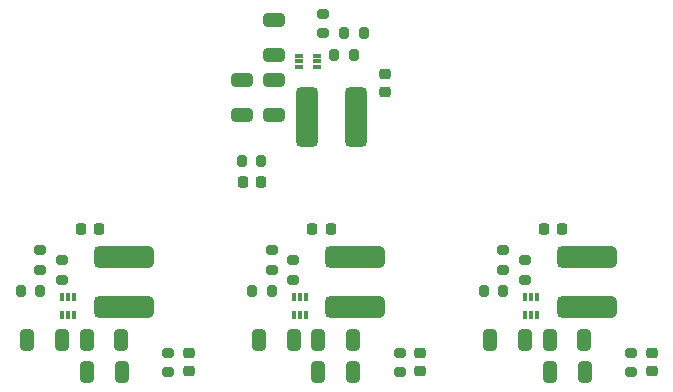
<source format=gbr>
%TF.GenerationSoftware,KiCad,Pcbnew,8.0.1*%
%TF.CreationDate,2024-04-24T14:46:19+03:00*%
%TF.ProjectId,QRPfRA_RP4_hat,51525066-5241-45f5-9250-345f6861742e,rev?*%
%TF.SameCoordinates,Original*%
%TF.FileFunction,Paste,Top*%
%TF.FilePolarity,Positive*%
%FSLAX46Y46*%
G04 Gerber Fmt 4.6, Leading zero omitted, Abs format (unit mm)*
G04 Created by KiCad (PCBNEW 8.0.1) date 2024-04-24 14:46:20*
%MOMM*%
%LPD*%
G01*
G04 APERTURE LIST*
G04 Aperture macros list*
%AMRoundRect*
0 Rectangle with rounded corners*
0 $1 Rounding radius*
0 $2 $3 $4 $5 $6 $7 $8 $9 X,Y pos of 4 corners*
0 Add a 4 corners polygon primitive as box body*
4,1,4,$2,$3,$4,$5,$6,$7,$8,$9,$2,$3,0*
0 Add four circle primitives for the rounded corners*
1,1,$1+$1,$2,$3*
1,1,$1+$1,$4,$5*
1,1,$1+$1,$6,$7*
1,1,$1+$1,$8,$9*
0 Add four rect primitives between the rounded corners*
20,1,$1+$1,$2,$3,$4,$5,0*
20,1,$1+$1,$4,$5,$6,$7,0*
20,1,$1+$1,$6,$7,$8,$9,0*
20,1,$1+$1,$8,$9,$2,$3,0*%
G04 Aperture macros list end*
%ADD10RoundRect,0.085000X0.085000X-0.265000X0.085000X0.265000X-0.085000X0.265000X-0.085000X-0.265000X0*%
%ADD11RoundRect,0.200000X0.275000X-0.200000X0.275000X0.200000X-0.275000X0.200000X-0.275000X-0.200000X0*%
%ADD12RoundRect,0.200000X0.200000X0.275000X-0.200000X0.275000X-0.200000X-0.275000X0.200000X-0.275000X0*%
%ADD13RoundRect,0.200000X-0.275000X0.200000X-0.275000X-0.200000X0.275000X-0.200000X0.275000X0.200000X0*%
%ADD14RoundRect,0.475000X-2.075000X0.475000X-2.075000X-0.475000X2.075000X-0.475000X2.075000X0.475000X0*%
%ADD15RoundRect,0.218750X0.256250X-0.218750X0.256250X0.218750X-0.256250X0.218750X-0.256250X-0.218750X0*%
%ADD16RoundRect,0.250000X0.325000X0.650000X-0.325000X0.650000X-0.325000X-0.650000X0.325000X-0.650000X0*%
%ADD17RoundRect,0.225000X0.225000X0.250000X-0.225000X0.250000X-0.225000X-0.250000X0.225000X-0.250000X0*%
%ADD18RoundRect,0.250000X-0.325000X-0.650000X0.325000X-0.650000X0.325000X0.650000X-0.325000X0.650000X0*%
%ADD19RoundRect,0.250000X-0.650000X0.325000X-0.650000X-0.325000X0.650000X-0.325000X0.650000X0.325000X0*%
%ADD20RoundRect,0.225000X0.250000X-0.225000X0.250000X0.225000X-0.250000X0.225000X-0.250000X-0.225000X0*%
%ADD21RoundRect,0.250000X0.650000X-0.325000X0.650000X0.325000X-0.650000X0.325000X-0.650000X-0.325000X0*%
%ADD22RoundRect,0.218750X-0.218750X-0.256250X0.218750X-0.256250X0.218750X0.256250X-0.218750X0.256250X0*%
%ADD23RoundRect,0.475000X0.475000X2.075000X-0.475000X2.075000X-0.475000X-2.075000X0.475000X-2.075000X0*%
%ADD24RoundRect,0.200000X-0.200000X-0.275000X0.200000X-0.275000X0.200000X0.275000X-0.200000X0.275000X0*%
%ADD25RoundRect,0.085000X-0.265000X-0.085000X0.265000X-0.085000X0.265000X0.085000X-0.265000X0.085000X0*%
G04 APERTURE END LIST*
D10*
%TO.C,U7*%
X109262529Y-100463043D03*
X109762529Y-100463043D03*
X110262529Y-100463043D03*
X110262529Y-98963043D03*
X109762529Y-98963043D03*
X109262529Y-98963043D03*
%TD*%
%TO.C,U6*%
X148462529Y-100463043D03*
X148962529Y-100463043D03*
X149462529Y-100463043D03*
X149462529Y-98963043D03*
X148962529Y-98963043D03*
X148462529Y-98963043D03*
%TD*%
%TO.C,U5*%
X128862529Y-98963043D03*
X129362529Y-98963043D03*
X129862529Y-98963043D03*
X129862529Y-100463043D03*
X129362529Y-100463043D03*
X128862529Y-100463043D03*
%TD*%
D11*
%TO.C,R28*%
X118212528Y-105308043D03*
X118212528Y-103658043D03*
%TD*%
D12*
%TO.C,R27*%
X107387529Y-98458043D03*
X105737529Y-98458043D03*
%TD*%
D13*
%TO.C,R26*%
X107387529Y-94983043D03*
X107387529Y-96633043D03*
%TD*%
%TO.C,R25*%
X109212529Y-95833043D03*
X109212529Y-97483043D03*
%TD*%
D11*
%TO.C,R24*%
X157412528Y-105308043D03*
X157412528Y-103658043D03*
%TD*%
D12*
%TO.C,R23*%
X146587529Y-98458043D03*
X144937529Y-98458043D03*
%TD*%
D13*
%TO.C,R22*%
X146587529Y-94983043D03*
X146587529Y-96633043D03*
%TD*%
%TO.C,R21*%
X148412529Y-95833043D03*
X148412529Y-97483043D03*
%TD*%
D11*
%TO.C,R20*%
X137812528Y-103658043D03*
X137812528Y-105308043D03*
%TD*%
D12*
%TO.C,R19*%
X125337529Y-98458043D03*
X126987529Y-98458043D03*
%TD*%
D13*
%TO.C,R18*%
X126987529Y-96633043D03*
X126987529Y-94983043D03*
%TD*%
%TO.C,R17*%
X128812529Y-97483043D03*
X128812529Y-95833043D03*
%TD*%
D14*
%TO.C,L7*%
X114462529Y-95608043D03*
X114462529Y-99808043D03*
%TD*%
%TO.C,L6*%
X153662529Y-95608043D03*
X153662529Y-99808043D03*
%TD*%
%TO.C,L5*%
X134062529Y-99808043D03*
X134062529Y-95608043D03*
%TD*%
D15*
%TO.C,D7*%
X119962528Y-105238043D03*
X119962528Y-103663043D03*
%TD*%
%TO.C,D6*%
X159162528Y-105238043D03*
X159162528Y-103663043D03*
%TD*%
%TO.C,D5*%
X139562528Y-103663043D03*
X139562528Y-105238043D03*
%TD*%
D16*
%TO.C,C28*%
X114262529Y-102613043D03*
X111312529Y-102613043D03*
%TD*%
%TO.C,C27*%
X114287529Y-105308043D03*
X111337529Y-105308043D03*
%TD*%
D17*
%TO.C,C26*%
X112362529Y-93208043D03*
X110812529Y-93208043D03*
%TD*%
D18*
%TO.C,C25*%
X106287529Y-102608043D03*
X109237529Y-102608043D03*
%TD*%
D16*
%TO.C,C24*%
X153462529Y-102613043D03*
X150512529Y-102613043D03*
%TD*%
%TO.C,C23*%
X153487529Y-105308043D03*
X150537529Y-105308043D03*
%TD*%
D17*
%TO.C,C22*%
X151562529Y-93208043D03*
X150012529Y-93208043D03*
%TD*%
D18*
%TO.C,C21*%
X145487529Y-102608043D03*
X148437529Y-102608043D03*
%TD*%
D16*
%TO.C,C20*%
X130912529Y-102613043D03*
X133862529Y-102613043D03*
%TD*%
%TO.C,C19*%
X130937529Y-105308043D03*
X133887529Y-105308043D03*
%TD*%
D17*
%TO.C,C18*%
X130412529Y-93208043D03*
X131962529Y-93208043D03*
%TD*%
D18*
%TO.C,C17*%
X128837529Y-102608043D03*
X125887529Y-102608043D03*
%TD*%
D19*
%TO.C,C1*%
X127144486Y-75540572D03*
X127144486Y-78490572D03*
%TD*%
D20*
%TO.C,C2*%
X136544486Y-80065572D03*
X136544486Y-81615572D03*
%TD*%
D21*
%TO.C,C3*%
X124444486Y-80590572D03*
X124444486Y-83540572D03*
%TD*%
%TO.C,C4*%
X127139486Y-80565572D03*
X127139486Y-83515572D03*
%TD*%
D22*
%TO.C,D1*%
X124514486Y-89215572D03*
X126089486Y-89215572D03*
%TD*%
D23*
%TO.C,L1*%
X129944486Y-83715572D03*
X134144486Y-83715572D03*
%TD*%
D12*
%TO.C,R1*%
X133919486Y-78465572D03*
X132269486Y-78465572D03*
%TD*%
%TO.C,R2*%
X133119486Y-76640572D03*
X134769486Y-76640572D03*
%TD*%
D11*
%TO.C,R3*%
X131294486Y-76640572D03*
X131294486Y-74990572D03*
%TD*%
D24*
%TO.C,R13*%
X124444486Y-87465572D03*
X126094486Y-87465572D03*
%TD*%
D25*
%TO.C,U1*%
X130789486Y-78515572D03*
X130789486Y-79015572D03*
X130789486Y-79515572D03*
X129289486Y-79515572D03*
X129289486Y-79015572D03*
X129289486Y-78515572D03*
%TD*%
M02*

</source>
